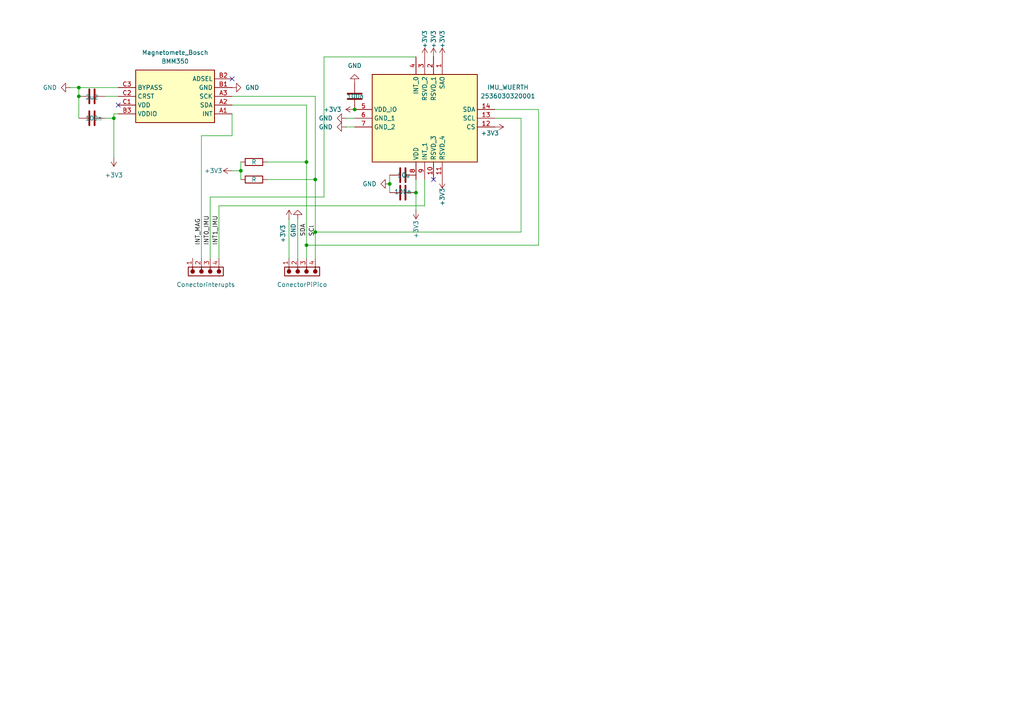
<source format=kicad_sch>
(kicad_sch (version 20250114) (generator "eeschema") (generator_version "9.0")
  (paper "A4")
  (lib_symbols
    (symbol "Connector_Wurth_WR-WTB:61900411021" (pin_names (hide yes))
      (property "Reference" "J" (at 0 5.08 0))
      (symbol "61900411021_1_1"
        (rectangle (start -5.08 1.27) (end 5.08 -1.27) (stroke (width 0.254)))
        (circle (center -3.81 0) (radius 0.508) (stroke (width 0.254)) (fill (type outline)))
        (polyline (pts (xy -3.81 -0.508) (xy -3.81 -1.27)) (stroke (width 0.254)))
        (circle (center -1.27 0) (radius 0.508) (stroke (width 0.254)) (fill (type outline)))
        (polyline (pts (xy -1.27 -0.508) (xy -1.27 -1.27)) (stroke (width 0.254)))
        (circle (center 1.27 0) (radius 0.508) (stroke (width 0.254)) (fill (type outline)))
        (polyline (pts (xy 1.27 -0.508) (xy 1.27 -1.27)) (stroke (width 0.254)))
        (circle (center 3.81 0) (radius 0.508) (stroke (width 0.254)) (fill (type outline)))
        (polyline (pts (xy 3.81 -0.508) (xy 3.81 -1.27)) (stroke (width 0.254)))
        (pin passive line (at -3.81 -3.81 90) (length 2.54) (name "4") (number "4"))
        (pin passive line (at -1.27 -3.81 90) (length 2.54) (name "3") (number "3"))
        (pin passive line (at 1.27 -3.81 90) (length 2.54) (name "2") (number "2"))
        (pin passive line (at 3.81 -3.81 90) (length 2.54) (name "1") (number "1"))
      )
    )
    (symbol "Device:C" (pin_numbers (hide yes)) (pin_names (offset 0.254))
      (property "Reference" "C" (at 0.635 2.54 0))
      (property "Value" "C" (at 0.635 -2.54 0))
      (symbol "C_0_1"
        (polyline (pts (xy -2.032 0.762) (xy 2.032 0.762)) (stroke (width 0.508)))
        (polyline (pts (xy -2.032 -0.762) (xy 2.032 -0.762)) (stroke (width 0.508)))
      )
      (symbol "C_1_1"
        (pin passive line (at 0 3.81 270) (length 2.794) (name "~") (number "1"))
        (pin passive line (at 0 -3.81 90) (length 2.794) (name "~") (number "2"))
      )
    )
    (symbol "Device:R" (pin_numbers (hide yes)) (pin_names (offset 0))
      (property "Reference" "R" (at 2.032 0 90))
      (property "Value" "R" (at 0 0 90))
      (symbol "R_0_1"
        (rectangle (start -1.016 -2.54) (end 1.016 2.54) (stroke (width 0.254)))
      )
      (symbol "R_1_1"
        (pin passive line (at 0 3.81 270) (length 1.27) (name "~") (number "1"))
        (pin passive line (at 0 -3.81 90) (length 1.27) (name "~") (number "2"))
      )
    )
    (symbol "SamacSys_Parts:2536030320001"
      (property "Reference" "IC" (at 31.75 15.24 0))
      (property "Value" "2536030320001" (at 31.75 12.7 0))
      (symbol "2536030320001_1_1"
        (rectangle (start 5.08 10.16) (end 30.48 -20.32) (stroke (width 0.254)) (fill (type background)))
        (pin passive line (at 0 0 0) (length 5.08) (name "SAO") (number "1"))
        (pin passive line (at 0 -2.54 0) (length 5.08) (name "RSVD_1") (number "2"))
        (pin passive line (at 0 -5.08 0) (length 5.08) (name "RSVD_2") (number "3"))
        (pin passive line (at 0 -7.62 0) (length 5.08) (name "INT_0") (number "4"))
        (pin passive line (at 15.24 15.24 270) (length 5.08) (name "SDA") (number "14"))
        (pin passive line (at 15.24 -25.4 90) (length 5.08) (name "VDD_IO") (number "5"))
        (pin passive line (at 17.78 15.24 270) (length 5.08) (name "SCL") (number "13"))
        (pin passive line (at 17.78 -25.4 90) (length 5.08) (name "GND_1") (number "6"))
        (pin passive line (at 20.32 15.24 270) (length 5.08) (name "CS") (number "12"))
        (pin passive line (at 20.32 -25.4 90) (length 5.08) (name "GND_2") (number "7"))
        (pin passive line (at 35.56 0 180) (length 5.08) (name "RSVD_4") (number "11"))
        (pin passive line (at 35.56 -2.54 180) (length 5.08) (name "RSVD_3") (number "10"))
        (pin passive line (at 35.56 -5.08 180) (length 5.08) (name "INT_1") (number "9"))
        (pin passive line (at 35.56 -7.62 180) (length 5.08) (name "VDD") (number "8"))
      )
    )
    (symbol "SamacSys_Parts:BMM350"
      (property "Reference" "IC" (at 29.21 7.62 0))
      (property "Value" "BMM350" (at 29.21 5.08 0))
      (symbol "BMM350_1_1"
        (rectangle (start 5.08 2.54) (end 27.94 -12.7) (stroke (width 0.254)) (fill (type background)))
        (pin passive line (at 0 0 0) (length 5.08) (name "INT") (number "A1"))
        (pin passive line (at 0 -2.54 0) (length 5.08) (name "SDA") (number "A2"))
        (pin passive line (at 0 -5.08 0) (length 5.08) (name "SCK") (number "A3"))
        (pin passive line (at 0 -7.62 0) (length 5.08) (name "GND") (number "B1"))
        (pin passive line (at 0 -10.16 0) (length 5.08) (name "ADSEL") (number "B2"))
        (pin passive line (at 33.02 0 180) (length 5.08) (name "VDDIO") (number "B3"))
        (pin passive line (at 33.02 -2.54 180) (length 5.08) (name "VDD") (number "C1"))
        (pin passive line (at 33.02 -5.08 180) (length 5.08) (name "CRST") (number "C2"))
        (pin passive line (at 33.02 -7.62 180) (length 5.08) (name "BYPASS") (number "C3"))
      )
    )
    (symbol "power:+3V3" (power) (pin_numbers (hide yes)) (pin_names (offset 0) (hide yes))
      (property "Value" "+3V3" (at 0 3.556 0))
      (symbol "+3V3_0_1"
        (polyline (pts (xy -0.762 1.27) (xy 0 2.54)))
        (polyline (pts (xy 0 2.54) (xy 0.762 1.27)))
        (polyline (pts (xy 0 0) (xy 0 2.54)))
      )
      (symbol "+3V3_1_1"
        (pin power_in line (at 0 0 90) (length 0) (name "~") (number "1"))
      )
    )
    (symbol "power:GND" (power) (pin_numbers (hide yes)) (pin_names (offset 0) (hide yes))
      (property "Value" "GND" (at 0 -3.81 0))
      (symbol "GND_0_1"
        (polyline (pts (xy 0 0) (xy 0 -1.27) (xy 1.27 -1.27) (xy 0 -2.54) (xy -1.27 -1.27) (xy 0 -1.27)))
      )
      (symbol "GND_1_1"
        (pin power_in line (at 0 0 270) (length 0) (name "~") (number "1"))
      )
    )
  )
  (junction (at 91.44 67.31))
  (junction (at 102.87 31.75))
  (junction (at 69.85 49.53))
  (junction (at 91.44 52.07))
  (junction (at 22.86 27.94))
  (junction (at 113.03 53.34))
  (junction (at 33.02 34.29))
  (junction (at 120.65 55.88))
  (junction (at 88.9 71.12))
  (junction (at 22.86 25.4))
  (junction (at 88.9 46.99))
  (no_connect (at 34.29 30.48))
  (no_connect (at 125.73 52.07))
  (no_connect (at 67.31 22.86))
  (wire (pts (xy 77.47 46.99) (xy 88.9 46.99)))
  (wire (pts (xy 88.9 30.48) (xy 88.9 46.99)))
  (wire (pts (xy 69.85 46.99) (xy 69.85 49.53)))
  (wire (pts (xy 88.9 71.12) (xy 88.9 74.93)))
  (wire (pts (xy 30.48 34.29) (xy 33.02 34.29)))
  (wire (pts (xy 58.42 39.37) (xy 58.42 74.93)))
  (wire (pts (xy 67.31 30.48) (xy 88.9 30.48)))
  (wire (pts (xy 91.44 52.07) (xy 91.44 67.31)))
  (wire (pts (xy 22.86 25.4) (xy 22.86 27.94)))
  (wire (pts (xy 67.31 39.37) (xy 58.42 39.37)))
  (wire (pts (xy 143.51 31.75) (xy 156.21 31.75)))
  (wire (pts (xy 67.31 49.53) (xy 69.85 49.53)))
  (wire (pts (xy 120.65 60.96) (xy 120.65 55.88)))
  (wire (pts (xy 120.65 16.51) (xy 93.98 16.51)))
  (wire (pts (xy 113.03 50.8) (xy 113.03 53.34)))
  (wire (pts (xy 83.82 63.5) (xy 83.82 74.93)))
  (wire (pts (xy 100.33 36.83) (xy 102.87 36.83)))
  (wire (pts (xy 67.31 27.94) (xy 91.44 27.94)))
  (wire (pts (xy 77.47 52.07) (xy 91.44 52.07)))
  (wire (pts (xy 151.13 34.29) (xy 151.13 67.31)))
  (wire (pts (xy 91.44 67.31) (xy 91.44 74.93)))
  (wire (pts (xy 91.44 27.94) (xy 91.44 52.07)))
  (wire (pts (xy 60.96 57.15) (xy 60.96 74.93)))
  (wire (pts (xy 151.13 67.31) (xy 91.44 67.31)))
  (wire (pts (xy 93.98 16.51) (xy 93.98 57.15)))
  (wire (pts (xy 20.32 25.4) (xy 22.86 25.4)))
  (wire (pts (xy 33.02 45.72) (xy 33.02 34.29)))
  (wire (pts (xy 69.85 49.53) (xy 69.85 52.07)))
  (wire (pts (xy 143.51 34.29) (xy 151.13 34.29)))
  (wire (pts (xy 88.9 46.99) (xy 88.9 71.12)))
  (wire (pts (xy 30.48 27.94) (xy 34.29 27.94)))
  (wire (pts (xy 67.31 39.37) (xy 67.31 33.02)))
  (wire (pts (xy 63.5 59.69) (xy 63.5 74.93)))
  (wire (pts (xy 120.65 55.88) (xy 120.65 52.07)))
  (wire (pts (xy 123.19 52.07) (xy 123.19 59.69)))
  (wire (pts (xy 33.02 33.02) (xy 34.29 33.02)))
  (wire (pts (xy 22.86 25.4) (xy 34.29 25.4)))
  (wire (pts (xy 156.21 31.75) (xy 156.21 71.12)))
  (wire (pts (xy 100.33 34.29) (xy 102.87 34.29)))
  (wire (pts (xy 156.21 71.12) (xy 88.9 71.12)))
  (wire (pts (xy 123.19 59.69) (xy 63.5 59.69)))
  (wire (pts (xy 22.86 27.94) (xy 22.86 34.29)))
  (wire (pts (xy 33.02 33.02) (xy 33.02 34.29)))
  (wire (pts (xy 113.03 53.34) (xy 113.03 55.88)))
  (wire (pts (xy 93.98 57.15) (xy 60.96 57.15)))
  (wire (pts (xy 86.36 63.5) (xy 86.36 74.93)))
  (label "INT_MAG" (at 58.42 71.12 90))
  (label "INT1_IMU" (at 63.5 71.12 90))
  (label "SDA" (at 88.9 68.58 90))
  (label "SCl" (at 91.44 68.58 90))
  (label "INT0_IMU" (at 60.96 71.12 90))
  (symbol (lib_id "power:GND") (at 20.32 25.4 270) (unit 1)
    (property "Reference" "#PWR01" (effects (hide yes)))
    (property "Value" "GND" (at 16.51 25.3999 90) (effects (justify right)))
    (property "Description" "Power symbol creates a global label with name \"GND\" , ground" (effects (hide yes)))
  )
  (symbol (lib_id "power:+3V3") (at 128.27 16.51 0) (unit 1)
    (property "Reference" "#PWR013" (effects (hide yes)))
    (property "Value" "+3V3" (at 128.27 11.43 90))
    (property "Description" "Power symbol creates a global label with name \"+3V3\"" (effects (hide yes)))
  )
  (symbol (lib_id "SamacSys_Parts:2536030320001") (at 128.27 16.51 270) (unit 1)
    (property "Reference" "IMU_WUERTH" (at 147.32 25.3298 90))
    (property "Value" "2536030320001" (at 147.32 27.8698 90))
    (property "Footprint" "2536030320001" (effects (hide yes)))
    (property "Datasheet" "https://www.we-online.com/components/products/datasheet/2536030320001.pdf" (effects (hide yes)))
    (property "Description" "IMUs - Inertial Measurement Units WSEN-ISDS IMU 6-axis (Inertial measurement unit) +/-16g, +/-2000 dps,-40 +/- 85C" (effects (hide yes)))
    (property "Height" "0.86" (effects (hide yes)))
    (property "Manufacturer_Name" "Wurth Elektronik" (effects (hide yes)))
    (property "Manufacturer_Part_Number" "2536030320001" (effects (hide yes)))
    (property "Mouser Part Number" "710-2536030320001" (effects (hide yes)))
    (property "Mouser Price/Stock" "https://www.mouser.co.uk/ProductDetail/Wurth-Elektronik/2536030320001?qs=ulEaXIWI0c9qLb0BLguFyA%3D%3D" (effects (hide yes)))
  )
  (symbol (lib_id "power:GND") (at 67.31 25.4 90) (unit 1)
    (property "Reference" "#PWR02" (effects (hide yes)))
    (property "Value" "GND" (at 71.12 25.3999 90) (effects (justify right)))
    (property "Description" "Power symbol creates a global label with name \"GND\" , ground" (effects (hide yes)))
  )
  (symbol (lib_id "Connector_Wurth_WR-WTB:61900411021") (at 87.63 78.74 180) (unit 1)
    (property "Reference" "ConectorPiPico" (at 87.63 82.55 0))
    (property "Value" "61900411021" (effects (hide yes)))
    (property "Footprint" "Connector_THT_Wurth:J_Wurth_WR-WTB_61900411021" (effects (hide yes)))
    (property "Datasheet" "https://www.we-online.com/en/components/products/datasheet/61900411021?ki" (effects (hide yes)))
    (property "Description" "2.54 mm Male Right Angled Locking Header Bottom Locking" (effects (hide yes)))
    (property "Manufacturer" "Wurth Elektronik" (effects (hide yes)))
    (property "Manufacturer URL" "https://www.we-online.com" (effects (hide yes)))
    (property "Match Code" "WR-WTB" (effects (hide yes)))
    (property "Pins (pcs)" "4" (effects (hide yes)))
    (property "Pitch (mm)" "2.54" (effects (hide yes)))
    (property "Gender" "Male" (effects (hide yes)))
    (property "Type" "Right Angled Bottom Locking" (effects (hide yes)))
    (property "Mounting Technology" "THT" (effects (hide yes)))
    (property "Working Voltage (V (AC))" "250" (effects (hide yes)))
    (property "PCB/Cable/Panel" "PCB" (effects (hide yes)))
    (property "Contact Resistance (mΩ)" "20" (effects (hide yes)))
    (property "Tol. R" "max." (effects (hide yes)))
    (property "L (mm)" "10.16" (effects (hide yes)))
  )
  (symbol (lib_id "Device:R") (at 73.66 52.07 270) (unit 1)
    (property "Reference" "R2" (effects (hide yes)))
    (property "Value" "R" (at 73.66 52.07 90))
    (property "Description" "Resistor" (effects (hide yes)))
  )
  (symbol (lib_id "power:+3V3") (at 143.51 36.83 270) (unit 1)
    (property "Reference" "#PWR014" (effects (hide yes)))
    (property "Value" "+3V3" (at 139.446 38.608 90) (effects (justify left)))
    (property "Description" "Power symbol creates a global label with name \"+3V3\"" (effects (hide yes)))
  )
  (symbol (lib_id "Device:C") (at 116.84 50.8 90) (unit 1)
    (property "Reference" "C2" (effects (hide yes)))
    (property "Value" "10u" (at 117.094 50.8 90))
    (property "Description" "Unpolarized capacitor" (effects (hide yes)))
  )
  (symbol (lib_id "SamacSys_Parts:BMM350") (at 67.31 33.02 180) (unit 1)
    (property "Reference" "Magnetomete_Bosch" (at 50.8 15.24 0))
    (property "Value" "BMM350" (at 50.8 17.78 0))
    (property "Footprint" "BGA9C40P3X3_128X128X54" (effects (hide yes)))
    (property "Datasheet" "https://www.bosch-sensortec.com/media/boschsensortec/downloads/datasheets/bst-bmm350-ds001.pdf" (effects (hide yes)))
    (property "Description" "Board Mount Hall Effect / Magnetic Sensors High-Performance Magnometer" (effects (hide yes)))
    (property "Height" "0.54" (effects (hide yes)))
    (property "Manufacturer_Name" "BOSCH" (effects (hide yes)))
    (property "Manufacturer_Part_Number" "BMM350" (effects (hide yes)))
    (property "Mouser Part Number" "262-BMM350" (effects (hide yes)))
    (property "Mouser Price/Stock" "https://www.mouser.co.uk/ProductDetail/Bosch-Sensortec/BMM350?qs=amGC7iS6iy9v98dnmxozLQ%3D%3D" (effects (hide yes)))
    (property "Arrow Part Number" "BMM350" (effects (hide yes)))
    (property "Arrow Price/Stock" "https://www.arrow.com/en/products/bmm350/bosch-sensortec?utm_currency=USD&region=nac" (effects (hide yes)))
  )
  (symbol (lib_id "power:GND") (at 102.87 24.13 180) (unit 1)
    (property "Reference" "#PWR016" (effects (hide yes)))
    (property "Value" "GND" (at 102.87 19.05 0))
    (property "Description" "Power symbol creates a global label with name \"GND\" , ground" (effects (hide yes)))
  )
  (symbol (lib_id "Device:R") (at 73.66 46.99 90) (unit 1)
    (property "Reference" "R1" (effects (hide yes)))
    (property "Value" "R" (at 73.66 46.99 90))
    (property "Description" "Resistor" (effects (hide yes)))
  )
  (symbol (lib_id "Device:C") (at 26.67 34.29 90) (unit 1)
    (property "Reference" "100n" (at 27.178 34.29 90))
    (property "Value" "C" (effects (hide yes)))
    (property "Description" "Unpolarized capacitor" (effects (hide yes)))
  )
  (symbol (lib_id "power:+3V3") (at 33.02 45.72 180) (unit 1)
    (property "Reference" "#PWR05" (effects (hide yes)))
    (property "Value" "+3V3" (at 33.02 50.8 0))
    (property "Description" "Power symbol creates a global label with name \"+3V3\"" (effects (hide yes)))
  )
  (symbol (lib_id "Connector_Wurth_WR-WTB:61900411021") (at 59.69 78.74 180) (unit 1)
    (property "Reference" "Conectorinterupts" (at 59.69 82.55 0))
    (property "Value" "61900411021" (effects (hide yes)))
    (property "Footprint" "Connector_THT_Wurth:J_Wurth_WR-WTB_61900411021" (effects (hide yes)))
    (property "Datasheet" "https://www.we-online.com/en/components/products/datasheet/61900411021?ki" (effects (hide yes)))
    (property "Description" "2.54 mm Male Right Angled Locking Header Bottom Locking" (effects (hide yes)))
    (property "Manufacturer" "Wurth Elektronik" (effects (hide yes)))
    (property "Manufacturer URL" "https://www.we-online.com" (effects (hide yes)))
    (property "Match Code" "WR-WTB" (effects (hide yes)))
    (property "Pins (pcs)" "4" (effects (hide yes)))
    (property "Pitch (mm)" "2.54" (effects (hide yes)))
    (property "Gender" "Male" (effects (hide yes)))
    (property "Type" "Right Angled Bottom Locking" (effects (hide yes)))
    (property "Mounting Technology" "THT" (effects (hide yes)))
    (property "Working Voltage (V (AC))" "250" (effects (hide yes)))
    (property "PCB/Cable/Panel" "PCB" (effects (hide yes)))
    (property "Contact Resistance (mΩ)" "20" (effects (hide yes)))
    (property "Tol. R" "max." (effects (hide yes)))
    (property "L (mm)" "10.16" (effects (hide yes)))
  )
  (symbol (lib_id "Device:C") (at 26.67 27.94 90) (unit 1)
    (property "Reference" "2u2" (at 26.67 28.194 90))
    (property "Value" "C" (effects (hide yes)))
    (property "Description" "Unpolarized capacitor" (effects (hide yes)))
  )
  (symbol (lib_id "power:+3V3") (at 102.87 31.75 90) (unit 1)
    (property "Reference" "#PWR08" (effects (hide yes)))
    (property "Value" "+3V3" (at 99.06 31.7499 90) (effects (justify left)))
    (property "Description" "Power symbol creates a global label with name \"+3V3\"" (effects (hide yes)))
  )
  (symbol (lib_id "power:GND") (at 100.33 36.83 270) (unit 1)
    (property "Reference" "#PWR04" (effects (hide yes)))
    (property "Value" "GND" (at 96.52 36.8299 90) (effects (justify right)))
    (property "Description" "Power symbol creates a global label with name \"GND\" , ground" (effects (hide yes)))
  )
  (symbol (lib_id "power:+3V3") (at 120.65 60.96 180) (unit 1)
    (property "Reference" "#PWR07" (effects (hide yes)))
    (property "Value" "+3V3" (at 120.65 66.548 90))
    (property "Description" "Power symbol creates a global label with name \"+3V3\"" (effects (hide yes)))
  )
  (symbol (lib_id "power:+3V3") (at 128.27 52.07 180) (unit 1)
    (property "Reference" "#PWR012" (effects (hide yes)))
    (property "Value" "+3V3" (at 128.27 57.15 90))
    (property "Description" "Power symbol creates a global label with name \"+3V3\"" (effects (hide yes)))
  )
  (symbol (lib_id "power:+3V3") (at 123.19 16.51 0) (unit 1)
    (property "Reference" "#PWR011" (effects (hide yes)))
    (property "Value" "+3V3" (at 123.19 11.43 90))
    (property "Description" "Power symbol creates a global label with name \"+3V3\"" (effects (hide yes)))
  )
  (symbol (lib_id "power:GND") (at 113.03 53.34 270) (unit 1)
    (property "Reference" "#PWR017" (effects (hide yes)))
    (property "Value" "GND" (at 109.22 53.3399 90) (effects (justify right)))
    (property "Description" "Power symbol creates a global label with name \"GND\" , ground" (effects (hide yes)))
  )
  (symbol (lib_id "power:+3V3") (at 83.82 63.5 0) (unit 1)
    (property "Reference" "#PWR06" (effects (hide yes)))
    (property "Value" "+3V3" (at 82.042 67.818 90))
    (property "Description" "Power symbol creates a global label with name \"+3V3\"" (effects (hide yes)))
  )
  (symbol (lib_id "power:+3V3") (at 125.73 16.51 0) (unit 1)
    (property "Reference" "#PWR010" (effects (hide yes)))
    (property "Value" "+3V3" (at 125.73 11.43 90))
    (property "Description" "Power symbol creates a global label with name \"+3V3\"" (effects (hide yes)))
  )
  (symbol (lib_id "Device:C") (at 116.84 55.88 90) (unit 1)
    (property "Reference" "C3" (effects (hide yes)))
    (property "Value" "100n" (at 116.84 55.626 90))
    (property "Description" "Unpolarized capacitor" (effects (hide yes)))
  )
  (symbol (lib_id "power:+3V3") (at 67.31 49.53 90) (unit 1)
    (property "Reference" "#PWR015" (effects (hide yes)))
    (property "Value" "+3V3" (at 64.516 49.53 90) (effects (justify left)))
    (property "Description" "Power symbol creates a global label with name \"+3V3\"" (effects (hide yes)))
  )
  (symbol (lib_id "power:GND") (at 86.36 63.5 180) (unit 1)
    (property "Reference" "#PWR09" (effects (hide yes)))
    (property "Value" "GND" (at 85.09 66.802 90))
    (property "Description" "Power symbol creates a global label with name \"GND\" , ground" (effects (hide yes)))
  )
  (symbol (lib_id "Device:C") (at 102.87 27.94 0) (unit 1)
    (property "Reference" "C1" (effects (hide yes)))
    (property "Value" "100n" (at 100.584 27.94 0) (effects (justify left)))
    (property "Description" "Unpolarized capacitor" (effects (hide yes)))
  )
  (symbol (lib_id "power:GND") (at 100.33 34.29 270) (unit 1)
    (property "Reference" "#PWR03" (effects (hide yes)))
    (property "Value" "GND" (at 96.52 34.2899 90) (effects (justify right)))
    (property "Description" "Power symbol creates a global label with name \"GND\" , ground" (effects (hide yes)))
  )
)
</source>
